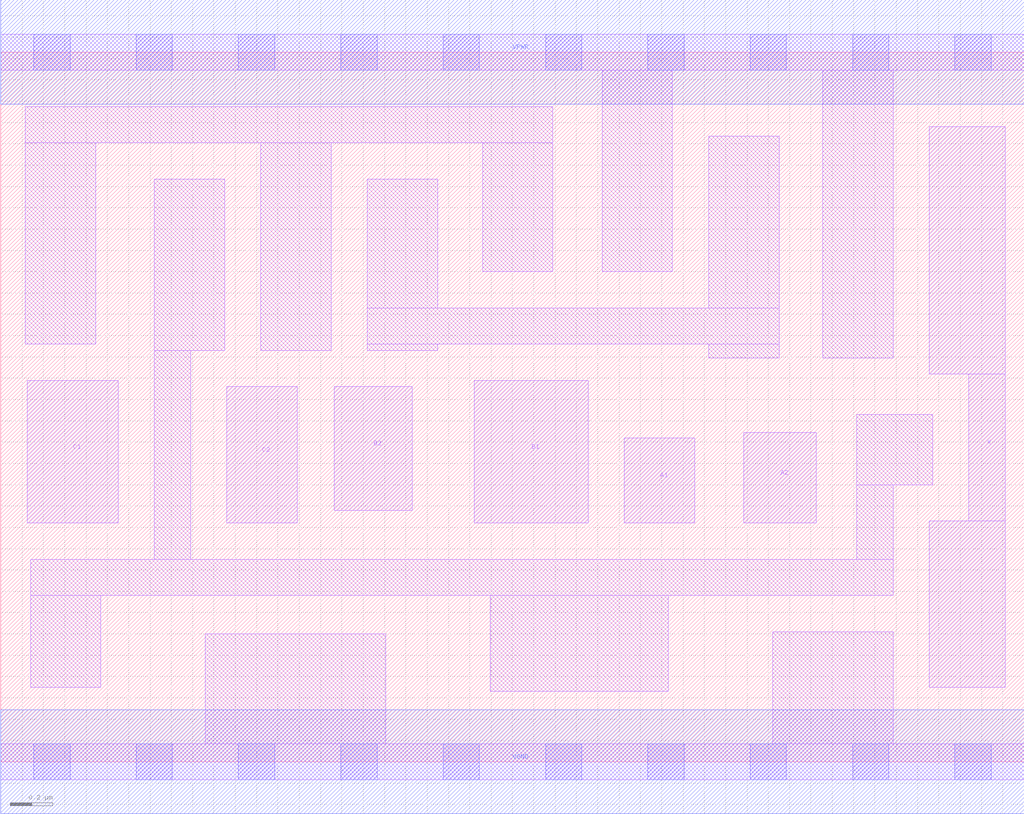
<source format=lef>
# Copyright 2020 The SkyWater PDK Authors
#
# Licensed under the Apache License, Version 2.0 (the "License");
# you may not use this file except in compliance with the License.
# You may obtain a copy of the License at
#
#     https://www.apache.org/licenses/LICENSE-2.0
#
# Unless required by applicable law or agreed to in writing, software
# distributed under the License is distributed on an "AS IS" BASIS,
# WITHOUT WARRANTIES OR CONDITIONS OF ANY KIND, either express or implied.
# See the License for the specific language governing permissions and
# limitations under the License.
#
# SPDX-License-Identifier: Apache-2.0

VERSION 5.7 ;
  NAMESCASESENSITIVE ON ;
  NOWIREEXTENSIONATPIN ON ;
  DIVIDERCHAR "/" ;
  BUSBITCHARS "[]" ;
UNITS
  DATABASE MICRONS 200 ;
END UNITS
MACRO sky130_fd_sc_hs__a222o_1
  CLASS CORE ;
  SOURCE USER ;
  FOREIGN sky130_fd_sc_hs__a222o_1 ;
  ORIGIN  0.000000  0.000000 ;
  SIZE  4.800000 BY  3.330000 ;
  SYMMETRY X Y ;
  SITE unit ;
  PIN A1
    ANTENNAGATEAREA  0.246000 ;
    DIRECTION INPUT ;
    USE SIGNAL ;
    PORT
      LAYER li1 ;
        RECT 2.925000 1.120000 3.255000 1.520000 ;
    END
  END A1
  PIN A2
    ANTENNAGATEAREA  0.246000 ;
    DIRECTION INPUT ;
    USE SIGNAL ;
    PORT
      LAYER li1 ;
        RECT 3.485000 1.120000 3.825000 1.545000 ;
    END
  END A2
  PIN B1
    ANTENNAGATEAREA  0.246000 ;
    DIRECTION INPUT ;
    USE SIGNAL ;
    PORT
      LAYER li1 ;
        RECT 2.220000 1.120000 2.755000 1.790000 ;
    END
  END B1
  PIN B2
    ANTENNAGATEAREA  0.246000 ;
    DIRECTION INPUT ;
    USE SIGNAL ;
    PORT
      LAYER li1 ;
        RECT 1.565000 1.180000 1.930000 1.760000 ;
    END
  END B2
  PIN C1
    ANTENNAGATEAREA  0.246000 ;
    DIRECTION INPUT ;
    USE SIGNAL ;
    PORT
      LAYER li1 ;
        RECT 0.125000 1.120000 0.550000 1.790000 ;
    END
  END C1
  PIN C2
    ANTENNAGATEAREA  0.246000 ;
    DIRECTION INPUT ;
    USE SIGNAL ;
    PORT
      LAYER li1 ;
        RECT 1.060000 1.120000 1.390000 1.760000 ;
    END
  END C2
  PIN X
    ANTENNADIFFAREA  0.541300 ;
    DIRECTION OUTPUT ;
    USE SIGNAL ;
    PORT
      LAYER li1 ;
        RECT 4.355000 0.350000 4.710000 1.130000 ;
        RECT 4.355000 1.820000 4.710000 2.980000 ;
        RECT 4.540000 1.130000 4.710000 1.820000 ;
    END
  END X
  PIN VGND
    DIRECTION INOUT ;
    USE GROUND ;
    PORT
      LAYER met1 ;
        RECT 0.000000 -0.245000 4.800000 0.245000 ;
    END
  END VGND
  PIN VPWR
    DIRECTION INOUT ;
    USE POWER ;
    PORT
      LAYER met1 ;
        RECT 0.000000 3.085000 4.800000 3.575000 ;
    END
  END VPWR
  OBS
    LAYER li1 ;
      RECT 0.000000 -0.085000 4.800000 0.085000 ;
      RECT 0.000000  3.245000 4.800000 3.415000 ;
      RECT 0.115000  1.960000 0.445000 2.905000 ;
      RECT 0.115000  2.905000 2.590000 3.075000 ;
      RECT 0.140000  0.350000 0.470000 0.780000 ;
      RECT 0.140000  0.780000 4.185000 0.950000 ;
      RECT 0.720000  0.950000 0.890000 1.930000 ;
      RECT 0.720000  1.930000 1.050000 2.735000 ;
      RECT 0.960000  0.085000 1.805000 0.600000 ;
      RECT 1.220000  1.930000 1.550000 2.905000 ;
      RECT 1.720000  1.930000 2.050000 1.960000 ;
      RECT 1.720000  1.960000 3.650000 2.130000 ;
      RECT 1.720000  2.130000 2.050000 2.735000 ;
      RECT 2.260000  2.300000 2.590000 2.905000 ;
      RECT 2.295000  0.330000 3.130000 0.780000 ;
      RECT 2.820000  2.300000 3.150000 3.245000 ;
      RECT 3.320000  1.895000 3.650000 1.960000 ;
      RECT 3.320000  2.130000 3.650000 2.935000 ;
      RECT 3.620000  0.085000 4.185000 0.610000 ;
      RECT 3.855000  1.895000 4.185000 3.245000 ;
      RECT 4.015000  0.950000 4.185000 1.300000 ;
      RECT 4.015000  1.300000 4.370000 1.630000 ;
    LAYER mcon ;
      RECT 0.155000 -0.085000 0.325000 0.085000 ;
      RECT 0.155000  3.245000 0.325000 3.415000 ;
      RECT 0.635000 -0.085000 0.805000 0.085000 ;
      RECT 0.635000  3.245000 0.805000 3.415000 ;
      RECT 1.115000 -0.085000 1.285000 0.085000 ;
      RECT 1.115000  3.245000 1.285000 3.415000 ;
      RECT 1.595000 -0.085000 1.765000 0.085000 ;
      RECT 1.595000  3.245000 1.765000 3.415000 ;
      RECT 2.075000 -0.085000 2.245000 0.085000 ;
      RECT 2.075000  3.245000 2.245000 3.415000 ;
      RECT 2.555000 -0.085000 2.725000 0.085000 ;
      RECT 2.555000  3.245000 2.725000 3.415000 ;
      RECT 3.035000 -0.085000 3.205000 0.085000 ;
      RECT 3.035000  3.245000 3.205000 3.415000 ;
      RECT 3.515000 -0.085000 3.685000 0.085000 ;
      RECT 3.515000  3.245000 3.685000 3.415000 ;
      RECT 3.995000 -0.085000 4.165000 0.085000 ;
      RECT 3.995000  3.245000 4.165000 3.415000 ;
      RECT 4.475000 -0.085000 4.645000 0.085000 ;
      RECT 4.475000  3.245000 4.645000 3.415000 ;
  END
END sky130_fd_sc_hs__a222o_1
END LIBRARY

</source>
